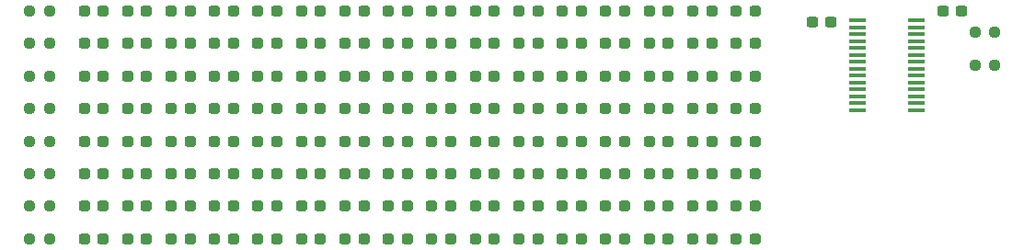
<source format=gbr>
%TF.GenerationSoftware,KiCad,Pcbnew,9.0.6*%
%TF.CreationDate,2025-12-12T10:33:16-06:00*%
%TF.ProjectId,led-pcb,6c65642d-7063-4622-9e6b-696361645f70,rev?*%
%TF.SameCoordinates,Original*%
%TF.FileFunction,Paste,Top*%
%TF.FilePolarity,Positive*%
%FSLAX46Y46*%
G04 Gerber Fmt 4.6, Leading zero omitted, Abs format (unit mm)*
G04 Created by KiCad (PCBNEW 9.0.6) date 2025-12-12 10:33:16*
%MOMM*%
%LPD*%
G01*
G04 APERTURE LIST*
G04 Aperture macros list*
%AMRoundRect*
0 Rectangle with rounded corners*
0 $1 Rounding radius*
0 $2 $3 $4 $5 $6 $7 $8 $9 X,Y pos of 4 corners*
0 Add a 4 corners polygon primitive as box body*
4,1,4,$2,$3,$4,$5,$6,$7,$8,$9,$2,$3,0*
0 Add four circle primitives for the rounded corners*
1,1,$1+$1,$2,$3*
1,1,$1+$1,$4,$5*
1,1,$1+$1,$6,$7*
1,1,$1+$1,$8,$9*
0 Add four rect primitives between the rounded corners*
20,1,$1+$1,$2,$3,$4,$5,0*
20,1,$1+$1,$4,$5,$6,$7,0*
20,1,$1+$1,$6,$7,$8,$9,0*
20,1,$1+$1,$8,$9,$2,$3,0*%
G04 Aperture macros list end*
%ADD10RoundRect,0.237500X-0.287500X-0.237500X0.287500X-0.237500X0.287500X0.237500X-0.287500X0.237500X0*%
%ADD11RoundRect,0.237500X-0.250000X-0.237500X0.250000X-0.237500X0.250000X0.237500X-0.250000X0.237500X0*%
%ADD12RoundRect,0.237500X-0.300000X-0.237500X0.300000X-0.237500X0.300000X0.237500X-0.300000X0.237500X0*%
%ADD13R,1.500000X0.435000*%
G04 APERTURE END LIST*
D10*
%TO.C,D65*%
X135125000Y-101000000D03*
X136875000Y-101000000D03*
%TD*%
%TO.C,D28*%
X115125000Y-110000000D03*
X116875000Y-110000000D03*
%TD*%
%TO.C,D11*%
X107125000Y-107000000D03*
X108875000Y-107000000D03*
%TD*%
%TO.C,D110*%
X155125000Y-116000000D03*
X156875000Y-116000000D03*
%TD*%
%TO.C,D92*%
X147125000Y-110000000D03*
X148875000Y-110000000D03*
%TD*%
%TO.C,D50*%
X127125000Y-104000000D03*
X128875000Y-104000000D03*
%TD*%
%TO.C,D10*%
X107125000Y-104000000D03*
X108875000Y-104000000D03*
%TD*%
%TO.C,D91*%
X147125000Y-107000000D03*
X148875000Y-107000000D03*
%TD*%
%TO.C,D105*%
X155125000Y-101000000D03*
X156875000Y-101000000D03*
%TD*%
%TO.C,D73*%
X139125000Y-101000000D03*
X140875000Y-101000000D03*
%TD*%
D11*
%TO.C,R2*%
X98112500Y-104000000D03*
X99937500Y-104000000D03*
%TD*%
D10*
%TO.C,D39*%
X119125000Y-119000000D03*
X120875000Y-119000000D03*
%TD*%
%TO.C,D56*%
X127125000Y-122000000D03*
X128875000Y-122000000D03*
%TD*%
%TO.C,D9*%
X107125000Y-101000000D03*
X108875000Y-101000000D03*
%TD*%
%TO.C,D42*%
X123125000Y-104000000D03*
X124875000Y-104000000D03*
%TD*%
%TO.C,D45*%
X123125000Y-113000000D03*
X124875000Y-113000000D03*
%TD*%
%TO.C,D61*%
X131125000Y-113000000D03*
X132875000Y-113000000D03*
%TD*%
D11*
%TO.C,R7*%
X98112500Y-119000000D03*
X99937500Y-119000000D03*
%TD*%
D10*
%TO.C,D100*%
X151125000Y-110000000D03*
X152875000Y-110000000D03*
%TD*%
D11*
%TO.C,R4*%
X98112500Y-110000000D03*
X99937500Y-110000000D03*
%TD*%
D10*
%TO.C,D7*%
X103150000Y-119000000D03*
X104900000Y-119000000D03*
%TD*%
%TO.C,D102*%
X151125000Y-116000000D03*
X152875000Y-116000000D03*
%TD*%
%TO.C,D34*%
X119125000Y-104000000D03*
X120875000Y-104000000D03*
%TD*%
%TO.C,D118*%
X159125000Y-116000000D03*
X160875000Y-116000000D03*
%TD*%
%TO.C,D57*%
X131125000Y-101000000D03*
X132875000Y-101000000D03*
%TD*%
%TO.C,D37*%
X119125000Y-113000000D03*
X120875000Y-113000000D03*
%TD*%
%TO.C,D78*%
X139125000Y-116000000D03*
X140875000Y-116000000D03*
%TD*%
%TO.C,D84*%
X143125000Y-110000000D03*
X144875000Y-110000000D03*
%TD*%
%TO.C,D2*%
X103150000Y-104000000D03*
X104900000Y-104000000D03*
%TD*%
D12*
%TO.C,C2*%
X170137500Y-102000000D03*
X171862500Y-102000000D03*
%TD*%
D10*
%TO.C,D59*%
X131125000Y-107000000D03*
X132875000Y-107000000D03*
%TD*%
%TO.C,D90*%
X147125000Y-104000000D03*
X148875000Y-104000000D03*
%TD*%
%TO.C,D49*%
X127125000Y-101000000D03*
X128875000Y-101000000D03*
%TD*%
%TO.C,D17*%
X111125000Y-101000000D03*
X112875000Y-101000000D03*
%TD*%
%TO.C,D36*%
X119125000Y-110000000D03*
X120875000Y-110000000D03*
%TD*%
%TO.C,D97*%
X151125000Y-101000000D03*
X152875000Y-101000000D03*
%TD*%
%TO.C,D109*%
X155125000Y-113000000D03*
X156875000Y-113000000D03*
%TD*%
%TO.C,D114*%
X159125000Y-104000000D03*
X160875000Y-104000000D03*
%TD*%
%TO.C,D43*%
X123125000Y-107000000D03*
X124875000Y-107000000D03*
%TD*%
%TO.C,D89*%
X147125000Y-101000000D03*
X148875000Y-101000000D03*
%TD*%
%TO.C,D74*%
X139125000Y-104000000D03*
X140875000Y-104000000D03*
%TD*%
%TO.C,D103*%
X151125000Y-119000000D03*
X152875000Y-119000000D03*
%TD*%
%TO.C,D86*%
X143125000Y-116000000D03*
X144875000Y-116000000D03*
%TD*%
%TO.C,D24*%
X111125000Y-122000000D03*
X112875000Y-122000000D03*
%TD*%
%TO.C,D46*%
X123125000Y-116000000D03*
X124875000Y-116000000D03*
%TD*%
D11*
%TO.C,R9*%
X185087500Y-103000000D03*
X186912500Y-103000000D03*
%TD*%
D10*
%TO.C,D5*%
X103150000Y-113000000D03*
X104900000Y-113000000D03*
%TD*%
%TO.C,D117*%
X159125000Y-113000000D03*
X160875000Y-113000000D03*
%TD*%
%TO.C,D68*%
X135125000Y-110000000D03*
X136875000Y-110000000D03*
%TD*%
%TO.C,D32*%
X115125000Y-122000000D03*
X116875000Y-122000000D03*
%TD*%
%TO.C,D23*%
X111125000Y-119000000D03*
X112875000Y-119000000D03*
%TD*%
%TO.C,D16*%
X107125000Y-122000000D03*
X108875000Y-122000000D03*
%TD*%
%TO.C,D101*%
X151125000Y-113000000D03*
X152875000Y-113000000D03*
%TD*%
%TO.C,D53*%
X127125000Y-113000000D03*
X128875000Y-113000000D03*
%TD*%
%TO.C,D123*%
X163125000Y-107000000D03*
X164875000Y-107000000D03*
%TD*%
%TO.C,D67*%
X135125000Y-107000000D03*
X136875000Y-107000000D03*
%TD*%
%TO.C,D126*%
X163125000Y-116000000D03*
X164875000Y-116000000D03*
%TD*%
%TO.C,D60*%
X131125000Y-110000000D03*
X132875000Y-110000000D03*
%TD*%
%TO.C,D29*%
X115125000Y-113000000D03*
X116875000Y-113000000D03*
%TD*%
%TO.C,D115*%
X159125000Y-107000000D03*
X160875000Y-107000000D03*
%TD*%
%TO.C,D124*%
X163125000Y-110000000D03*
X164875000Y-110000000D03*
%TD*%
%TO.C,D69*%
X135125000Y-113000000D03*
X136875000Y-113000000D03*
%TD*%
%TO.C,D127*%
X163125000Y-119000000D03*
X164875000Y-119000000D03*
%TD*%
D12*
%TO.C,C1*%
X182137500Y-101000000D03*
X183862500Y-101000000D03*
%TD*%
D11*
%TO.C,R5*%
X98112500Y-113000000D03*
X99937500Y-113000000D03*
%TD*%
D10*
%TO.C,D31*%
X115125000Y-119000000D03*
X116875000Y-119000000D03*
%TD*%
%TO.C,D19*%
X111125000Y-107000000D03*
X112875000Y-107000000D03*
%TD*%
%TO.C,D83*%
X143125000Y-107000000D03*
X144875000Y-107000000D03*
%TD*%
%TO.C,D58*%
X131125000Y-104000000D03*
X132875000Y-104000000D03*
%TD*%
%TO.C,D108*%
X155125000Y-110000000D03*
X156875000Y-110000000D03*
%TD*%
%TO.C,D112*%
X155125000Y-122000000D03*
X156875000Y-122000000D03*
%TD*%
%TO.C,D88*%
X143125000Y-122000000D03*
X144875000Y-122000000D03*
%TD*%
%TO.C,D13*%
X107125000Y-113000000D03*
X108875000Y-113000000D03*
%TD*%
%TO.C,D62*%
X131125000Y-116000000D03*
X132875000Y-116000000D03*
%TD*%
D11*
%TO.C,R6*%
X98112500Y-116000000D03*
X99937500Y-116000000D03*
%TD*%
D10*
%TO.C,D21*%
X111125000Y-113000000D03*
X112875000Y-113000000D03*
%TD*%
%TO.C,D33*%
X119125000Y-101000000D03*
X120875000Y-101000000D03*
%TD*%
D11*
%TO.C,R8*%
X98112500Y-122000000D03*
X99937500Y-122000000D03*
%TD*%
D10*
%TO.C,D120*%
X159125000Y-122000000D03*
X160875000Y-122000000D03*
%TD*%
%TO.C,D116*%
X159125000Y-110000000D03*
X160875000Y-110000000D03*
%TD*%
%TO.C,D81*%
X143125000Y-101000000D03*
X144875000Y-101000000D03*
%TD*%
%TO.C,D76*%
X139125000Y-110000000D03*
X140875000Y-110000000D03*
%TD*%
%TO.C,D51*%
X127125000Y-107000000D03*
X128875000Y-107000000D03*
%TD*%
D11*
%TO.C,R3*%
X98112500Y-107000000D03*
X99937500Y-107000000D03*
%TD*%
D10*
%TO.C,D119*%
X159125000Y-119000000D03*
X160875000Y-119000000D03*
%TD*%
%TO.C,D4*%
X103150000Y-110000000D03*
X104900000Y-110000000D03*
%TD*%
%TO.C,D85*%
X143125000Y-113000000D03*
X144875000Y-113000000D03*
%TD*%
%TO.C,D128*%
X163125000Y-122000000D03*
X164875000Y-122000000D03*
%TD*%
%TO.C,D113*%
X159125000Y-101000000D03*
X160875000Y-101000000D03*
%TD*%
%TO.C,D22*%
X111125000Y-116000000D03*
X112875000Y-116000000D03*
%TD*%
%TO.C,D47*%
X123125000Y-119000000D03*
X124875000Y-119000000D03*
%TD*%
%TO.C,D30*%
X115125000Y-116000000D03*
X116875000Y-116000000D03*
%TD*%
%TO.C,D38*%
X119125000Y-116000000D03*
X120875000Y-116000000D03*
%TD*%
D11*
%TO.C,R10*%
X185087500Y-106000000D03*
X186912500Y-106000000D03*
%TD*%
D10*
%TO.C,D40*%
X119125000Y-122000000D03*
X120875000Y-122000000D03*
%TD*%
%TO.C,D79*%
X139125000Y-119000000D03*
X140875000Y-119000000D03*
%TD*%
%TO.C,D111*%
X155125000Y-119000000D03*
X156875000Y-119000000D03*
%TD*%
%TO.C,D64*%
X131125000Y-122000000D03*
X132875000Y-122000000D03*
%TD*%
%TO.C,D93*%
X147125000Y-113000000D03*
X148875000Y-113000000D03*
%TD*%
%TO.C,D48*%
X123125000Y-122000000D03*
X124875000Y-122000000D03*
%TD*%
%TO.C,D26*%
X115125000Y-104000000D03*
X116875000Y-104000000D03*
%TD*%
%TO.C,D71*%
X135125000Y-119000000D03*
X136875000Y-119000000D03*
%TD*%
%TO.C,D95*%
X147125000Y-119000000D03*
X148875000Y-119000000D03*
%TD*%
%TO.C,D96*%
X147125000Y-122000000D03*
X148875000Y-122000000D03*
%TD*%
%TO.C,D125*%
X163125000Y-113000000D03*
X164875000Y-113000000D03*
%TD*%
%TO.C,D107*%
X155125000Y-107000000D03*
X156875000Y-107000000D03*
%TD*%
%TO.C,D82*%
X143125000Y-104000000D03*
X144875000Y-104000000D03*
%TD*%
%TO.C,D3*%
X103150000Y-107000000D03*
X104900000Y-107000000D03*
%TD*%
D13*
%TO.C,IC1*%
X174300000Y-101872000D03*
X174300000Y-102508000D03*
X174300000Y-103142000D03*
X174300000Y-103778000D03*
X174300000Y-104412000D03*
X174300000Y-105048000D03*
X174300000Y-105682000D03*
X174300000Y-106318000D03*
X174300000Y-106952000D03*
X174300000Y-107588000D03*
X174300000Y-108222000D03*
X174300000Y-108858000D03*
X174300000Y-109492000D03*
X174300000Y-110128000D03*
X179700000Y-110128000D03*
X179700000Y-109492000D03*
X179700000Y-108858000D03*
X179700000Y-108222000D03*
X179700000Y-107588000D03*
X179700000Y-106952000D03*
X179700000Y-106318000D03*
X179700000Y-105682000D03*
X179700000Y-105048000D03*
X179700000Y-104412000D03*
X179700000Y-103778000D03*
X179700000Y-103142000D03*
X179700000Y-102508000D03*
X179700000Y-101872000D03*
%TD*%
D10*
%TO.C,D99*%
X151125000Y-107000000D03*
X152875000Y-107000000D03*
%TD*%
%TO.C,D18*%
X111125000Y-104000000D03*
X112875000Y-104000000D03*
%TD*%
%TO.C,D20*%
X111125000Y-110000000D03*
X112875000Y-110000000D03*
%TD*%
%TO.C,D63*%
X131125000Y-119000000D03*
X132875000Y-119000000D03*
%TD*%
%TO.C,D35*%
X119125000Y-107000000D03*
X120875000Y-107000000D03*
%TD*%
%TO.C,D80*%
X139125000Y-122000000D03*
X140875000Y-122000000D03*
%TD*%
%TO.C,D12*%
X107125000Y-110000000D03*
X108875000Y-110000000D03*
%TD*%
D11*
%TO.C,R1*%
X98112500Y-101000000D03*
X99937500Y-101000000D03*
%TD*%
D10*
%TO.C,D52*%
X127125000Y-110000000D03*
X128875000Y-110000000D03*
%TD*%
%TO.C,D66*%
X135125000Y-104000000D03*
X136875000Y-104000000D03*
%TD*%
%TO.C,D15*%
X107125000Y-119000000D03*
X108875000Y-119000000D03*
%TD*%
%TO.C,D14*%
X107125000Y-116000000D03*
X108875000Y-116000000D03*
%TD*%
%TO.C,D55*%
X127125000Y-119000000D03*
X128875000Y-119000000D03*
%TD*%
%TO.C,D44*%
X123125000Y-110000000D03*
X124875000Y-110000000D03*
%TD*%
%TO.C,D77*%
X139125000Y-113000000D03*
X140875000Y-113000000D03*
%TD*%
%TO.C,D104*%
X151125000Y-122000000D03*
X152875000Y-122000000D03*
%TD*%
%TO.C,D122*%
X163125000Y-104000000D03*
X164875000Y-104000000D03*
%TD*%
%TO.C,D54*%
X127125000Y-116000000D03*
X128875000Y-116000000D03*
%TD*%
%TO.C,D8*%
X103150000Y-122000000D03*
X104900000Y-122000000D03*
%TD*%
%TO.C,D41*%
X123125000Y-101000000D03*
X124875000Y-101000000D03*
%TD*%
%TO.C,D87*%
X143125000Y-119000000D03*
X144875000Y-119000000D03*
%TD*%
%TO.C,D27*%
X115125000Y-107000000D03*
X116875000Y-107000000D03*
%TD*%
%TO.C,D106*%
X155125000Y-104000000D03*
X156875000Y-104000000D03*
%TD*%
%TO.C,D6*%
X103150000Y-116000000D03*
X104900000Y-116000000D03*
%TD*%
%TO.C,D25*%
X115125000Y-101000000D03*
X116875000Y-101000000D03*
%TD*%
%TO.C,D1*%
X103150000Y-101000000D03*
X104900000Y-101000000D03*
%TD*%
%TO.C,D121*%
X163125000Y-101000000D03*
X164875000Y-101000000D03*
%TD*%
%TO.C,D72*%
X135125000Y-122000000D03*
X136875000Y-122000000D03*
%TD*%
%TO.C,D70*%
X135125000Y-116000000D03*
X136875000Y-116000000D03*
%TD*%
%TO.C,D75*%
X139125000Y-107000000D03*
X140875000Y-107000000D03*
%TD*%
%TO.C,D94*%
X147125000Y-116000000D03*
X148875000Y-116000000D03*
%TD*%
%TO.C,D98*%
X151125000Y-104000000D03*
X152875000Y-104000000D03*
%TD*%
M02*

</source>
